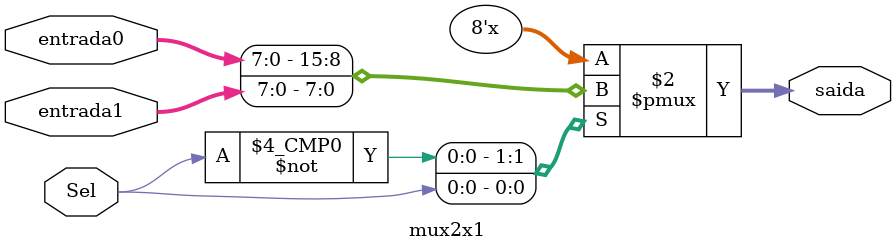
<source format=v>
module mux2x1(entrada0, entrada1,Sel,saida);

input [7:0]entrada0, entrada1 ;
input Sel;
output reg [7:0]saida;

always @*
begin
   case({Sel})
1'b0:saida = entrada0;
1'b1:saida = entrada1;
endcase
 end
 
 endmodule
</source>
